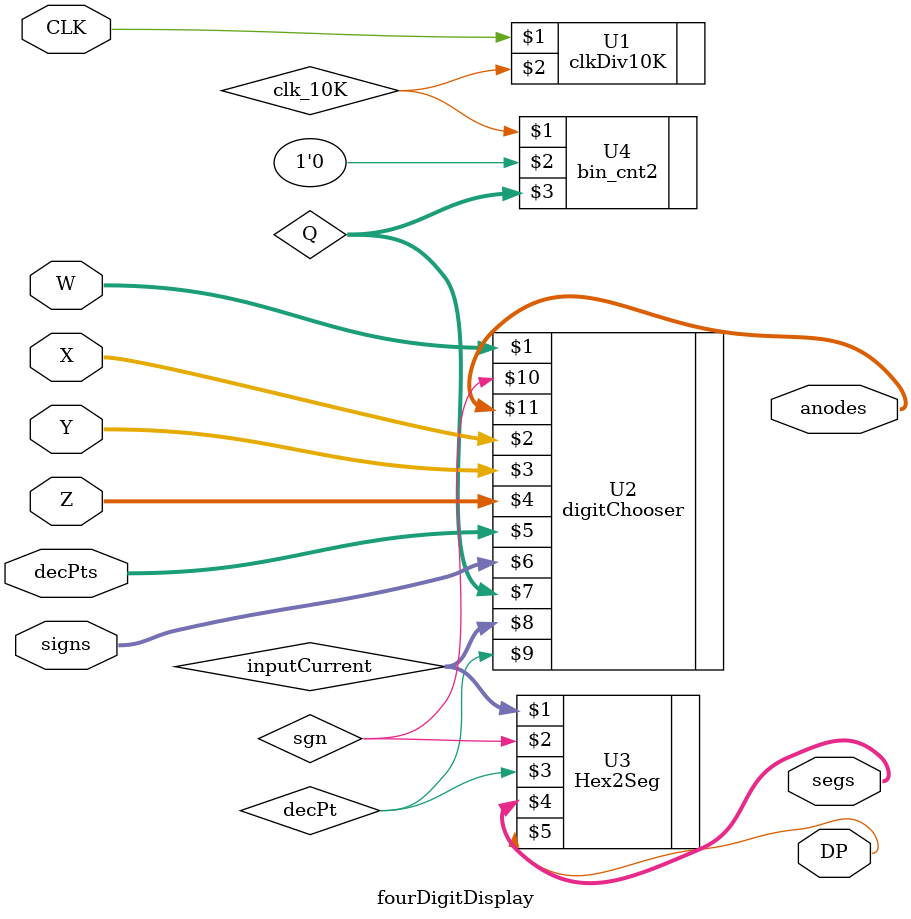
<source format=v>
`timescale 1ns / 1ps
module fourDigitDisplay(
    input [3:0] W,
    input [3:0] X,
    input [3:0] Y,
    input [3:0] Z,
    input [3:0] decPts,
    input [3:0] signs,
    input CLK,
    output [6:0] segs,
    output DP,
    output [3:0] anodes
    );
	 
	wire clk_10K;
	wire [1:0] Q;
	wire [3:0] inputCurrent;
	wire decPt, sgn;// The currently displayed value of decPts and signs
	
	// Divide the system clock to 10KHz
	clkDiv10K U1(CLK, clk_10K);
	
		//Chooses which digit to display
	digitChooser U2(W,X, Y, Z, decPts, signs, Q, inputCurrent, decPt, sgn, anodes);
	

	Hex2Seg U3(inputCurrent, sgn, decPt, segs, DP);
	
	// --- State memory ---
	// 2-bit binary counter driving the 2-to-4 anode decoder
	//Reset is 0
	bin_cnt2 U4(clk_10K, 1'b0, Q);


endmodule

</source>
